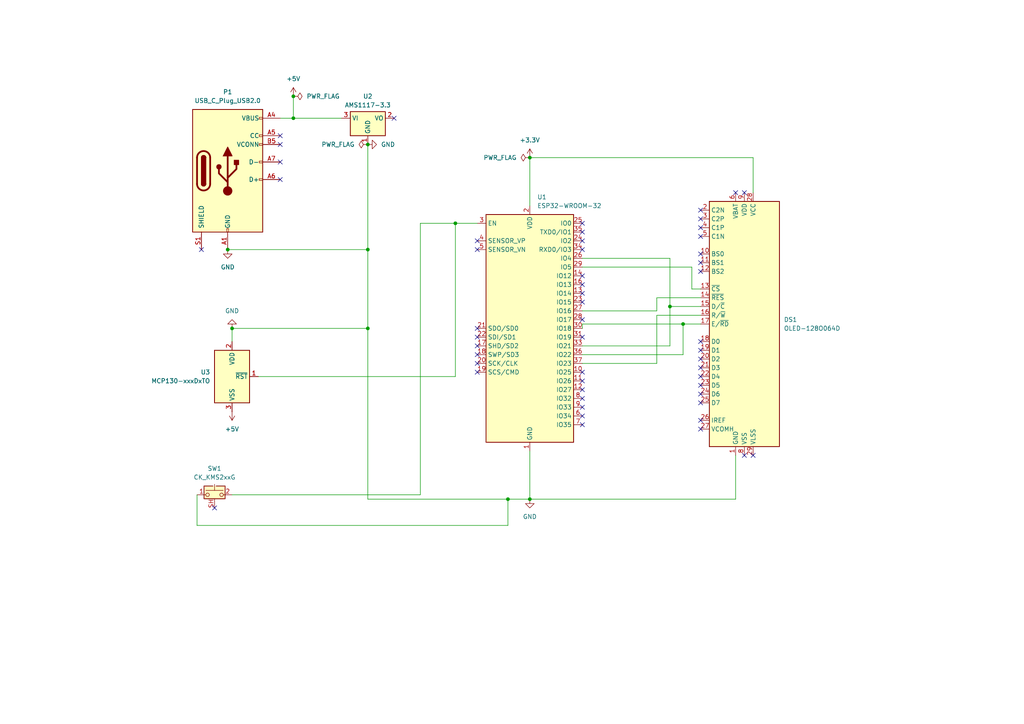
<source format=kicad_sch>
(kicad_sch (version 20250114) (generator "eeschema") (generator_version "9.0")
  (paper "A4")
  (lib_symbols
    (symbol "Connector:USB_C_Plug_USB2.0" (pin_names (offset 1.016))
      (property "Reference" "P" (at -10.16 19.05 0))
      (property "Value" "USB_C_Plug_USB2.0" (at 12.7 19.05 0))
      (symbol "USB_C_Plug_USB2.0_0_0"
        (rectangle (start -0.254 -17.78) (end 0.254 -16.764))
        (rectangle (start 10.16 15.494) (end 9.144 14.986))
        (rectangle (start 10.16 10.414) (end 9.144 9.906))
        (rectangle (start 10.16 7.874) (end 9.144 7.366))
        (rectangle (start 10.16 2.794) (end 9.144 2.286))
        (rectangle (start 10.16 -2.286) (end 9.144 -2.794))
      )
      (symbol "USB_C_Plug_USB2.0_0_1"
        (rectangle (start -10.16 17.78) (end 10.16 -17.78) (stroke (width 0.254)) (fill (type background)))
        (polyline (pts (xy -8.89 -3.81) (xy -8.89 3.81)) (stroke (width 0.508)))
        (rectangle (start -7.62 -3.81) (end -6.35 3.81) (stroke (width 0.254)) (fill (type outline)))
        (arc (start -7.62 3.81) (mid -6.985 4.4423) (end -6.35 3.81) (stroke (width 0.254)))
        (arc (start -7.62 3.81) (mid -6.985 4.4423) (end -6.35 3.81) (stroke (width 0.254)) (fill (type outline)))
        (arc (start -8.89 3.81) (mid -6.985 5.7067) (end -5.08 3.81) (stroke (width 0.508)))
        (arc (start -5.08 -3.81) (mid -6.985 -5.7067) (end -8.89 -3.81) (stroke (width 0.508)))
        (arc (start -6.35 -3.81) (mid -6.985 -4.4423) (end -7.62 -3.81) (stroke (width 0.254)))
        (arc (start -6.35 -3.81) (mid -6.985 -4.4423) (end -7.62 -3.81) (stroke (width 0.254)) (fill (type outline)))
        (polyline (pts (xy -5.08 3.81) (xy -5.08 -3.81)) (stroke (width 0.508)))
        (circle (center -2.54 1.143) (radius 0.635) (stroke (width 0.254)) (fill (type outline)))
        (polyline (pts (xy -1.27 4.318) (xy 0 6.858) (xy 1.27 4.318) (xy -1.27 4.318)) (stroke (width 0.254)) (fill (type outline)))
        (polyline (pts (xy 0 -2.032) (xy 2.54 0.508) (xy 2.54 1.778)) (stroke (width 0.508)))
        (polyline (pts (xy 0 -3.302) (xy -2.54 -0.762) (xy -2.54 0.508)) (stroke (width 0.508)))
        (polyline (pts (xy 0 -5.842) (xy 0 4.318)) (stroke (width 0.508)))
        (circle (center 0 -5.842) (radius 1.27) (fill (type outline)))
        (rectangle (start 1.905 1.778) (end 3.175 3.048) (stroke (width 0.254)) (fill (type outline)))
      )
      (symbol "USB_C_Plug_USB2.0_1_1"
        (pin passive line (at -7.62 -22.86 90) (length 5.08) (name "SHIELD") (number "S1"))
        (pin passive line (at 0 -22.86 90) (length 5.08) (name "GND") (number "A1"))
        (pin passive line (at 0 -22.86 90) (length 5.08) (hide yes) (name "GND") (number "A12"))
        (pin passive line (at 0 -22.86 90) (length 5.08) (hide yes) (name "GND") (number "B1"))
        (pin passive line (at 0 -22.86 90) (length 5.08) (hide yes) (name "GND") (number "B12"))
        (pin passive line (at 15.24 15.24 180) (length 5.08) (name "VBUS") (number "A4"))
        (pin passive line (at 15.24 15.24 180) (length 5.08) (hide yes) (name "VBUS") (number "A9"))
        (pin passive line (at 15.24 15.24 180) (length 5.08) (hide yes) (name "VBUS") (number "B4"))
        (pin passive line (at 15.24 15.24 180) (length 5.08) (hide yes) (name "VBUS") (number "B9"))
        (pin bidirectional line (at 15.24 10.16 180) (length 5.08) (name "CC") (number "A5"))
        (pin bidirectional line (at 15.24 7.62 180) (length 5.08) (name "VCONN") (number "B5"))
        (pin bidirectional line (at 15.24 2.54 180) (length 5.08) (name "D-") (number "A7"))
        (pin bidirectional line (at 15.24 -2.54 180) (length 5.08) (name "D+") (number "A6"))
      )
    )
    (symbol "Display_Graphic:OLED-128O064D"
      (property "Reference" "DS" (at -10.16 38.1 0))
      (property "Value" "OLED-128O064D" (at 12.7 38.1 0))
      (symbol "OLED-128O064D_0_1"
        (rectangle (start -10.16 35.56) (end 10.16 -35.56) (stroke (width 0.254)) (fill (type background)))
      )
      (symbol "OLED-128O064D_1_1"
        (pin passive line (at -12.7 33.02 0) (length 2.54) (name "C2N") (number "2"))
        (pin passive line (at -12.7 30.48 0) (length 2.54) (name "C2P") (number "3"))
        (pin passive line (at -12.7 27.94 0) (length 2.54) (name "C1P") (number "4"))
        (pin passive line (at -12.7 25.4 0) (length 2.54) (name "C1N") (number "5"))
        (pin input line (at -12.7 20.32 0) (length 2.54) (name "BS0") (number "10"))
        (pin input line (at -12.7 17.78 0) (length 2.54) (name "BS1") (number "11"))
        (pin input line (at -12.7 15.24 0) (length 2.54) (name "BS2") (number "12"))
        (pin input line (at -12.7 10.16 0) (length 2.54) (name "~{CS}") (number "13"))
        (pin input line (at -12.7 7.62 0) (length 2.54) (name "~{RES}") (number "14"))
        (pin input line (at -12.7 5.08 0) (length 2.54) (name "D/~{C}") (number "15"))
        (pin input line (at -12.7 2.54 0) (length 2.54) (name "R/~{W}") (number "16"))
        (pin input line (at -12.7 0 0) (length 2.54) (name "E/~{RD}") (number "17"))
        (pin bidirectional line (at -12.7 -5.08 0) (length 2.54) (name "D0") (number "18"))
        (pin bidirectional line (at -12.7 -7.62 0) (length 2.54) (name "D1") (number "19"))
        (pin bidirectional line (at -12.7 -10.16 0) (length 2.54) (name "D2") (number "20"))
        (pin bidirectional line (at -12.7 -12.7 0) (length 2.54) (name "D3") (number "21"))
        (pin bidirectional line (at -12.7 -15.24 0) (length 2.54) (name "D4") (number "22"))
        (pin bidirectional line (at -12.7 -17.78 0) (length 2.54) (name "D5") (number "23"))
        (pin bidirectional line (at -12.7 -20.32 0) (length 2.54) (name "D6") (number "24"))
        (pin bidirectional line (at -12.7 -22.86 0) (length 2.54) (name "D7") (number "25"))
        (pin passive line (at -12.7 -27.94 0) (length 2.54) (name "IREF") (number "26"))
        (pin passive line (at -12.7 -30.48 0) (length 2.54) (name "VCOMH") (number "27"))
        (pin power_in line (at -2.54 38.1 270) (length 2.54) (name "VBAT") (number "6"))
        (pin power_in line (at -2.54 -38.1 90) (length 2.54) (name "GND") (number "1"))
        (pin passive line (at -2.54 -38.1 90) (length 2.54) (hide yes) (name "GND") (number "30"))
        (pin power_in line (at 0 38.1 270) (length 2.54) (name "VDD") (number "9"))
        (pin power_in line (at 0 -38.1 90) (length 2.54) (name "VSS") (number "8"))
        (pin power_in line (at 2.54 38.1 270) (length 2.54) (name "VCC") (number "28"))
        (pin power_in line (at 2.54 -38.1 90) (length 2.54) (name "VLSS") (number "29"))
        (pin no_connect line (at 10.16 0 180) (length 2.54) (hide yes) (name "NC") (number "7"))
      )
    )
    (symbol "Power_Supervisor:MCP130-xxxDxTO"
      (property "Reference" "U" (at -5.08 8.89 0))
      (property "Value" "MCP130-xxxDxTO" (at 8.89 8.89 0))
      (symbol "MCP130-xxxDxTO_0_1"
        (rectangle (start 5.08 7.62) (end -5.08 -7.62) (stroke (width 0.254)) (fill (type background)))
        (pin power_in line (at 0 10.16 270) (length 2.54) (name "VDD") (number "2"))
      )
      (symbol "MCP130-xxxDxTO_1_1"
        (pin power_in line (at 0 -10.16 90) (length 2.54) (name "VSS") (number "3"))
        (pin open_collector line (at 7.62 0 180) (length 2.54) (name "~{RST}") (number "1"))
      )
    )
    (symbol "RF_Module:ESP32-WROOM-32"
      (property "Reference" "U" (at -12.7 34.29 0))
      (property "Value" "ESP32-WROOM-32" (at 1.27 34.29 0))
      (symbol "ESP32-WROOM-32_0_1"
        (rectangle (start -12.7 33.02) (end 12.7 -33.02) (stroke (width 0.254)) (fill (type background)))
      )
      (symbol "ESP32-WROOM-32_1_1"
        (pin input line (at -15.24 30.48 0) (length 2.54) (name "EN") (number "3"))
        (pin input line (at -15.24 25.4 0) (length 2.54) (name "SENSOR_VP") (number "4"))
        (pin input line (at -15.24 22.86 0) (length 2.54) (name "SENSOR_VN") (number "5"))
        (pin bidirectional line (at -15.24 0 0) (length 2.54) (name "SDO/SD0") (number "21"))
        (pin bidirectional line (at -15.24 -2.54 0) (length 2.54) (name "SDI/SD1") (number "22"))
        (pin bidirectional line (at -15.24 -5.08 0) (length 2.54) (name "SHD/SD2") (number "17"))
        (pin bidirectional line (at -15.24 -7.62 0) (length 2.54) (name "SWP/SD3") (number "18"))
        (pin bidirectional line (at -15.24 -10.16 0) (length 2.54) (name "SCK/CLK") (number "20"))
        (pin bidirectional line (at -15.24 -12.7 0) (length 2.54) (name "SCS/CMD") (number "19"))
        (pin no_connect line (at -12.7 -27.94 0) (length 2.54) (hide yes) (name "NC") (number "32"))
        (pin power_in line (at 0 35.56 270) (length 2.54) (name "VDD") (number "2"))
        (pin power_in line (at 0 -35.56 90) (length 2.54) (name "GND") (number "1"))
        (pin passive line (at 0 -35.56 90) (length 2.54) (hide yes) (name "GND") (number "15"))
        (pin passive line (at 0 -35.56 90) (length 2.54) (hide yes) (name "GND") (number "38"))
        (pin passive line (at 0 -35.56 90) (length 2.54) (hide yes) (name "GND") (number "39"))
        (pin bidirectional line (at 15.24 30.48 180) (length 2.54) (name "IO0") (number "25"))
        (pin bidirectional line (at 15.24 27.94 180) (length 2.54) (name "TXD0/IO1") (number "35"))
        (pin bidirectional line (at 15.24 25.4 180) (length 2.54) (name "IO2") (number "24"))
        (pin bidirectional line (at 15.24 22.86 180) (length 2.54) (name "RXD0/IO3") (number "34"))
        (pin bidirectional line (at 15.24 20.32 180) (length 2.54) (name "IO4") (number "26"))
        (pin bidirectional line (at 15.24 17.78 180) (length 2.54) (name "IO5") (number "29"))
        (pin bidirectional line (at 15.24 15.24 180) (length 2.54) (name "IO12") (number "14"))
        (pin bidirectional line (at 15.24 12.7 180) (length 2.54) (name "IO13") (number "16"))
        (pin bidirectional line (at 15.24 10.16 180) (length 2.54) (name "IO14") (number "13"))
        (pin bidirectional line (at 15.24 7.62 180) (length 2.54) (name "IO15") (number "23"))
        (pin bidirectional line (at 15.24 5.08 180) (length 2.54) (name "IO16") (number "27"))
        (pin bidirectional line (at 15.24 2.54 180) (length 2.54) (name "IO17") (number "28"))
        (pin bidirectional line (at 15.24 0 180) (length 2.54) (name "IO18") (number "30"))
        (pin bidirectional line (at 15.24 -2.54 180) (length 2.54) (name "IO19") (number "31"))
        (pin bidirectional line (at 15.24 -5.08 180) (length 2.54) (name "IO21") (number "33"))
        (pin bidirectional line (at 15.24 -7.62 180) (length 2.54) (name "IO22") (number "36"))
        (pin bidirectional line (at 15.24 -10.16 180) (length 2.54) (name "IO23") (number "37"))
        (pin bidirectional line (at 15.24 -12.7 180) (length 2.54) (name "IO25") (number "10"))
        (pin bidirectional line (at 15.24 -15.24 180) (length 2.54) (name "IO26") (number "11"))
        (pin bidirectional line (at 15.24 -17.78 180) (length 2.54) (name "IO27") (number "12"))
        (pin bidirectional line (at 15.24 -20.32 180) (length 2.54) (name "IO32") (number "8"))
        (pin bidirectional line (at 15.24 -22.86 180) (length 2.54) (name "IO33") (number "9"))
        (pin input line (at 15.24 -25.4 180) (length 2.54) (name "IO34") (number "6"))
        (pin input line (at 15.24 -27.94 180) (length 2.54) (name "IO35") (number "7"))
      )
    )
    (symbol "Regulator_Linear:AMS1117-3.3"
      (property "Reference" "U" (at -3.81 3.175 0))
      (property "Value" "AMS1117-3.3" (at 0 3.175 0))
      (symbol "AMS1117-3.3_0_1"
        (rectangle (start -5.08 -5.08) (end 5.08 1.905) (stroke (width 0.254)) (fill (type background)))
      )
      (symbol "AMS1117-3.3_1_1"
        (pin power_in line (at -7.62 0 0) (length 2.54) (name "VI") (number "3"))
        (pin power_in line (at 0 -7.62 90) (length 2.54) (name "GND") (number "1"))
        (pin power_out line (at 7.62 0 180) (length 2.54) (name "VO") (number "2"))
      )
    )
    (symbol "Switch:CK_KMS2xxG" (pin_names (offset 1.016) (hide yes))
      (property "Reference" "SW" (at 4.318 2.032 0))
      (property "Value" "CK_KMS2xxG" (at 0 4.572 0))
      (symbol "CK_KMS2xxG_0_1"
        (circle (center -2.032 0) (radius 0.508))
        (polyline (pts (xy 0 1.27) (xy 0 3.048)))
        (polyline (pts (xy 0.508 2.54) (xy 3.048 2.54) (xy 3.048 -1.143) (xy -3.048 -1.143) (xy -3.048 2.54) (xy -0.508 2.54)) (stroke (width -0.0254)))
        (polyline (pts (xy 0.508 2.54) (xy 3.048 2.54) (xy 3.048 -1.143) (xy -3.048 -1.143) (xy -3.048 2.54) (xy -0.508 2.54)) (stroke (width 0.254)))
        (circle (center 2.032 0) (radius 0.508))
        (polyline (pts (xy 2.54 1.27) (xy -2.54 1.27)))
        (pin passive line (at -5.08 0 0) (length 2.54) (name "1") (number "1"))
        (pin passive line (at 5.08 0 180) (length 2.54) (name "2") (number "2"))
      )
      (symbol "CK_KMS2xxG_1_1"
        (rectangle (start -3.048 2.54) (end 3.048 -1.27) (stroke (width -0.0254)) (fill (type background)))
        (pin passive line (at 0 -3.81 90) (length 2.54) (name "B") (number "SH"))
      )
    )
    (symbol "power:+3.3V" (power) (pin_numbers (hide yes)) (pin_names (offset 0) (hide yes))
      (property "Value" "+3.3V" (at 0 3.556 0))
      (symbol "+3.3V_0_1"
        (polyline (pts (xy -0.762 1.27) (xy 0 2.54)))
        (polyline (pts (xy 0 2.54) (xy 0.762 1.27)))
        (polyline (pts (xy 0 0) (xy 0 2.54)))
      )
      (symbol "+3.3V_1_1"
        (pin power_in line (at 0 0 90) (length 0) (name "~") (number "1"))
      )
    )
    (symbol "power:+5V" (power) (pin_numbers (hide yes)) (pin_names (offset 0) (hide yes))
      (property "Value" "+5V" (at 0 3.556 0))
      (symbol "+5V_0_1"
        (polyline (pts (xy -0.762 1.27) (xy 0 2.54)))
        (polyline (pts (xy 0 2.54) (xy 0.762 1.27)))
        (polyline (pts (xy 0 0) (xy 0 2.54)))
      )
      (symbol "+5V_1_1"
        (pin power_in line (at 0 0 90) (length 0) (name "~") (number "1"))
      )
    )
    (symbol "power:GND" (power) (pin_numbers (hide yes)) (pin_names (offset 0) (hide yes))
      (property "Value" "GND" (at 0 -3.81 0))
      (symbol "GND_0_1"
        (polyline (pts (xy 0 0) (xy 0 -1.27) (xy 1.27 -1.27) (xy 0 -2.54) (xy -1.27 -1.27) (xy 0 -1.27)))
      )
      (symbol "GND_1_1"
        (pin power_in line (at 0 0 270) (length 0) (name "~") (number "1"))
      )
    )
    (symbol "power:PWR_FLAG" (power) (pin_numbers (hide yes)) (pin_names (offset 0) (hide yes))
      (property "Value" "PWR_FLAG" (at 0 3.81 0))
      (symbol "PWR_FLAG_0_0"
        (pin power_out line (at 0 0 90) (length 0) (name "~") (number "1"))
      )
      (symbol "PWR_FLAG_0_1"
        (polyline (pts (xy 0 0) (xy 0 1.27) (xy -1.016 1.905) (xy 0 2.54) (xy 1.016 1.905) (xy 0 1.27)))
      )
    )
  )
  (junction (at 67.31 95.25))
  (junction (at 106.68 95.25))
  (junction (at 66.04 72.39))
  (junction (at 132.08 64.77))
  (junction (at 147.32 144.78))
  (junction (at 85.09 34.29))
  (junction (at 194.31 88.9))
  (junction (at 106.68 72.39))
  (junction (at 153.67 45.72))
  (junction (at 153.67 144.78))
  (junction (at 85.09 27.94))
  (junction (at 198.12 93.98))
  (junction (at 106.68 41.91))
  (no_connect (at 203.2 99.06))
  (no_connect (at 81.28 39.37))
  (no_connect (at 168.91 107.95))
  (no_connect (at 203.2 106.68))
  (no_connect (at 138.43 100.33))
  (no_connect (at 81.28 41.91))
  (no_connect (at 168.91 69.85))
  (no_connect (at 203.2 76.2))
  (no_connect (at 138.43 69.85))
  (no_connect (at 168.91 80.01))
  (no_connect (at 203.2 114.3))
  (no_connect (at 203.2 63.5))
  (no_connect (at 62.23 147.32))
  (no_connect (at 138.43 72.39))
  (no_connect (at 203.2 111.76))
  (no_connect (at 168.91 123.19))
  (no_connect (at 138.43 102.87))
  (no_connect (at 168.91 110.49))
  (no_connect (at 168.91 85.09))
  (no_connect (at 168.91 118.11))
  (no_connect (at 168.91 92.71))
  (no_connect (at 203.2 104.14))
  (no_connect (at 138.43 105.41))
  (no_connect (at 203.2 68.58))
  (no_connect (at 215.9 132.08))
  (no_connect (at 168.91 72.39))
  (no_connect (at 168.91 87.63))
  (no_connect (at 203.2 73.66))
  (no_connect (at 138.43 95.25))
  (no_connect (at 218.44 132.08))
  (no_connect (at 138.43 97.79))
  (no_connect (at 168.91 97.79))
  (no_connect (at 114.3 34.29))
  (no_connect (at 203.2 121.92))
  (no_connect (at 203.2 66.04))
  (no_connect (at 168.91 64.77))
  (no_connect (at 203.2 116.84))
  (no_connect (at 168.91 82.55))
  (no_connect (at 203.2 109.22))
  (no_connect (at 58.42 72.39))
  (no_connect (at 203.2 60.96))
  (no_connect (at 168.91 115.57))
  (no_connect (at 203.2 101.6))
  (no_connect (at 215.9 55.88))
  (no_connect (at 168.91 67.31))
  (no_connect (at 203.2 78.74))
  (no_connect (at 81.28 46.99))
  (no_connect (at 213.36 55.88))
  (no_connect (at 81.28 52.07))
  (no_connect (at 138.43 107.95))
  (no_connect (at 203.2 124.46))
  (no_connect (at 168.91 120.65))
  (no_connect (at 168.91 113.03))
  (wire (pts (xy 85.09 34.29) (xy 99.06 34.29)))
  (wire (pts (xy 190.5 91.44) (xy 190.5 105.41)))
  (wire (pts (xy 106.68 144.78) (xy 106.68 95.25)))
  (wire (pts (xy 218.44 45.72) (xy 153.67 45.72)))
  (wire (pts (xy 168.91 74.93) (xy 194.31 74.93)))
  (wire (pts (xy 203.2 91.44) (xy 190.5 91.44)))
  (wire (pts (xy 85.09 27.94) (xy 85.09 34.29)))
  (wire (pts (xy 153.67 144.78) (xy 153.67 130.81)))
  (wire (pts (xy 132.08 64.77) (xy 138.43 64.77)))
  (wire (pts (xy 67.31 143.51) (xy 121.92 143.51)))
  (wire (pts (xy 200.66 77.47) (xy 168.91 77.47)))
  (wire (pts (xy 203.2 88.9) (xy 194.31 88.9)))
  (wire (pts (xy 203.2 86.36) (xy 190.5 86.36)))
  (wire (pts (xy 66.04 72.39) (xy 106.68 72.39)))
  (wire (pts (xy 203.2 93.98) (xy 198.12 93.98)))
  (wire (pts (xy 213.36 144.78) (xy 153.67 144.78)))
  (wire (pts (xy 153.67 45.72) (xy 153.67 59.69)))
  (wire (pts (xy 198.12 93.98) (xy 198.12 102.87)))
  (wire (pts (xy 200.66 83.82) (xy 200.66 77.47)))
  (wire (pts (xy 67.31 95.25) (xy 106.68 95.25)))
  (wire (pts (xy 57.15 143.51) (xy 57.15 152.4)))
  (wire (pts (xy 147.32 144.78) (xy 153.67 144.78)))
  (wire (pts (xy 57.15 152.4) (xy 147.32 152.4)))
  (wire (pts (xy 106.68 95.25) (xy 106.68 72.39)))
  (wire (pts (xy 132.08 109.22) (xy 132.08 64.77)))
  (wire (pts (xy 147.32 144.78) (xy 106.68 144.78)))
  (wire (pts (xy 218.44 55.88) (xy 218.44 45.72)))
  (wire (pts (xy 147.32 152.4) (xy 147.32 144.78)))
  (wire (pts (xy 213.36 132.08) (xy 213.36 144.78)))
  (wire (pts (xy 203.2 83.82) (xy 200.66 83.82)))
  (wire (pts (xy 194.31 74.93) (xy 194.31 88.9)))
  (wire (pts (xy 190.5 105.41) (xy 168.91 105.41)))
  (wire (pts (xy 198.12 102.87) (xy 168.91 102.87)))
  (wire (pts (xy 106.68 72.39) (xy 106.68 41.91)))
  (wire (pts (xy 190.5 90.17) (xy 168.91 90.17)))
  (wire (pts (xy 190.5 86.36) (xy 190.5 90.17)))
  (wire (pts (xy 85.09 34.29) (xy 81.28 34.29)))
  (wire (pts (xy 121.92 143.51) (xy 121.92 64.77)))
  (wire (pts (xy 67.31 99.06) (xy 67.31 95.25)))
  (wire (pts (xy 194.31 100.33) (xy 168.91 100.33)))
  (wire (pts (xy 168.91 93.98) (xy 198.12 93.98)))
  (wire (pts (xy 74.93 109.22) (xy 132.08 109.22)))
  (wire (pts (xy 121.92 64.77) (xy 132.08 64.77)))
  (wire (pts (xy 168.91 93.98) (xy 168.91 95.25)))
  (wire (pts (xy 194.31 88.9) (xy 194.31 100.33)))
  (symbol (lib_id "power:PWR_FLAG") (at 85.09 27.94 270) (unit 1)
    (property "Reference" "#FLG06" (effects (hide yes)))
    (property "Value" "PWR_FLAG" (at 88.9 27.9399 90) (effects (justify left)))
    (property "Description" "Special symbol for telling ERC where power comes from" (effects (hide yes)))
  )
  (symbol (lib_id "power:GND") (at 106.68 41.91 90) (unit 1)
    (property "Reference" "#PWR04" (effects (hide yes)))
    (property "Value" "GND" (at 110.49 41.9099 90) (effects (justify right)))
    (property "Description" "Power symbol creates a global label with name \"GND\" , ground" (effects (hide yes)))
  )
  (symbol (lib_id "RF_Module:ESP32-WROOM-32") (at 153.67 95.25 0) (unit 1)
    (property "Reference" "U1" (at 155.8133 57.15 0) (effects (justify left)))
    (property "Value" "ESP32-WROOM-32" (at 155.8133 59.69 0) (effects (justify left)))
    (property "Footprint" "RF_Module:ESP32-WROOM-32" (effects (hide yes)))
    (property "Datasheet" "https://www.espressif.com/sites/default/files/documentation/esp32-wroom-32_datasheet_en.pdf" (effects (hide yes)))
    (property "Description" "RF Module, ESP32-D0WDQ6 SoC, Wi-Fi 802.11b/g/n, Bluetooth, BLE, 32-bit, 2.7-3.6V, onboard antenna, SMD" (effects (hide yes)))
  )
  (symbol (lib_id "power:GND") (at 153.67 144.78 0) (unit 1)
    (property "Reference" "#PWR03" (effects (hide yes)))
    (property "Value" "GND" (at 153.67 149.86 0))
    (property "Description" "Power symbol creates a global label with name \"GND\" , ground" (effects (hide yes)))
  )
  (symbol (lib_id "Power_Supervisor:MCP130-xxxDxTO") (at 67.31 109.22 0) (unit 1)
    (property "Reference" "U3" (at 60.96 107.9499 0) (effects (justify right)))
    (property "Value" "MCP130-xxxDxTO" (at 60.96 110.4899 0) (effects (justify right)))
    (property "Footprint" "Package_TO_SOT_THT:TO-92_Inline" (effects (hide yes)))
    (property "Datasheet" "http://ww1.microchip.com/downloads/en/DeviceDoc/11184d.pdf" (effects (hide yes)))
    (property "Description" "Microcontroller supervisory circuit with internal 5 kΩ pull-up, TO-92" (effects (hide yes)))
  )
  (symbol (lib_id "power:+3.3V") (at 153.67 45.72 0) (unit 1)
    (property "Reference" "#PWR01" (effects (hide yes)))
    (property "Value" "+3.3V" (at 153.67 40.64 0))
    (property "Description" "Power symbol creates a global label with name \"+3.3V\"" (effects (hide yes)))
  )
  (symbol (lib_id "power:PWR_FLAG") (at 106.68 41.91 90) (unit 1)
    (property "Reference" "#FLG05" (effects (hide yes)))
    (property "Value" "PWR_FLAG" (at 102.87 41.9099 90) (effects (justify left)))
    (property "Description" "Special symbol for telling ERC where power comes from" (effects (hide yes)))
  )
  (symbol (lib_id "power:+5V") (at 85.09 27.94 0) (unit 1)
    (property "Reference" "#PWR02" (effects (hide yes)))
    (property "Value" "+5V" (at 85.09 22.86 0))
    (property "Description" "Power symbol creates a global label with name \"+5V\"" (effects (hide yes)))
  )
  (symbol (lib_id "power:+5V") (at 67.31 119.38 180) (unit 1)
    (property "Reference" "#PWR06" (effects (hide yes)))
    (property "Value" "+5V" (at 67.31 124.46 0))
    (property "Description" "Power symbol creates a global label with name \"+5V\"" (effects (hide yes)))
  )
  (symbol (lib_id "Regulator_Linear:AMS1117-3.3") (at 106.68 34.29 0) (unit 1)
    (property "Reference" "U2" (at 106.68 27.94 0))
    (property "Value" "AMS1117-3.3" (at 106.68 30.48 0))
    (property "Footprint" "Package_TO_SOT_SMD:SOT-223-3_TabPin2" (effects (hide yes)))
    (property "Datasheet" "http://www.advanced-monolithic.com/pdf/ds1117.pdf" (effects (hide yes)))
    (property "Description" "1A Low Dropout regulator, positive, 3.3V fixed output, SOT-223" (effects (hide yes)))
  )
  (symbol (lib_id "power:PWR_FLAG") (at 153.67 45.72 90) (unit 1)
    (property "Reference" "#FLG04" (effects (hide yes)))
    (property "Value" "PWR_FLAG" (at 149.86 45.7199 90) (effects (justify left)))
    (property "Description" "Special symbol for telling ERC where power comes from" (effects (hide yes)))
  )
  (symbol (lib_id "Display_Graphic:OLED-128O064D") (at 215.9 93.98 0) (unit 1)
    (property "Reference" "DS1" (at 227.33 92.7099 0) (effects (justify left)))
    (property "Value" "OLED-128O064D" (at 227.33 95.2499 0) (effects (justify left)))
    (property "Footprint" "Display:OLED-128O064D" (effects (hide yes)))
    (property "Datasheet" "https://www.vishay.com/docs/37902/oled128o064dbpp3n00000.pdf" (effects (hide yes)))
    (property "Description" "OLED display 128x64" (effects (hide yes)))
  )
  (symbol (lib_id "power:GND") (at 67.31 95.25 180) (unit 1)
    (property "Reference" "#PWR07" (effects (hide yes)))
    (property "Value" "GND" (at 67.31 90.17 0))
    (property "Description" "Power symbol creates a global label with name \"GND\" , ground" (effects (hide yes)))
  )
  (symbol (lib_id "Connector:USB_C_Plug_USB2.0") (at 66.04 49.53 0) (unit 1)
    (property "Reference" "P1" (at 66.04 26.67 0))
    (property "Value" "USB_C_Plug_USB2.0" (at 66.04 29.21 0))
    (property "Footprint" "Connector_USB:USB_C_Plug_ShenzhenJingTuoJin_918-118A2021Y40002_Vertical" (effects (hide yes)))
    (property "Datasheet" "https://www.usb.org/sites/default/files/documents/usb_type-c.zip" (effects (hide yes)))
    (property "Description" "USB 2.0-only Type-C Plug connector" (effects (hide yes)))
  )
  (symbol (lib_id "Switch:CK_KMS2xxG") (at 62.23 143.51 0) (unit 1)
    (property "Reference" "SW1" (at 62.23 135.89 0))
    (property "Value" "CK_KMS2xxG" (at 62.23 138.43 0))
    (property "Footprint" "Button_Switch_SMD:SW_SPST_CK_KMS2xxGP" (effects (hide yes)))
    (property "Datasheet" "https://www.ckswitches.com/media/1482/kms.pdf" (effects (hide yes)))
    (property "Description" "Microminiature SMT Side Actuated, 4.2 x 2.8 x 1.42mm, without pegs, with shield pin" (effects (hide yes)))
  )
  (symbol (lib_id "power:GND") (at 66.04 72.39 0) (unit 1)
    (property "Reference" "#PWR05" (effects (hide yes)))
    (property "Value" "GND" (at 66.04 77.47 0))
    (property "Description" "Power symbol creates a global label with name \"GND\" , ground" (effects (hide yes)))
  )
)
</source>
